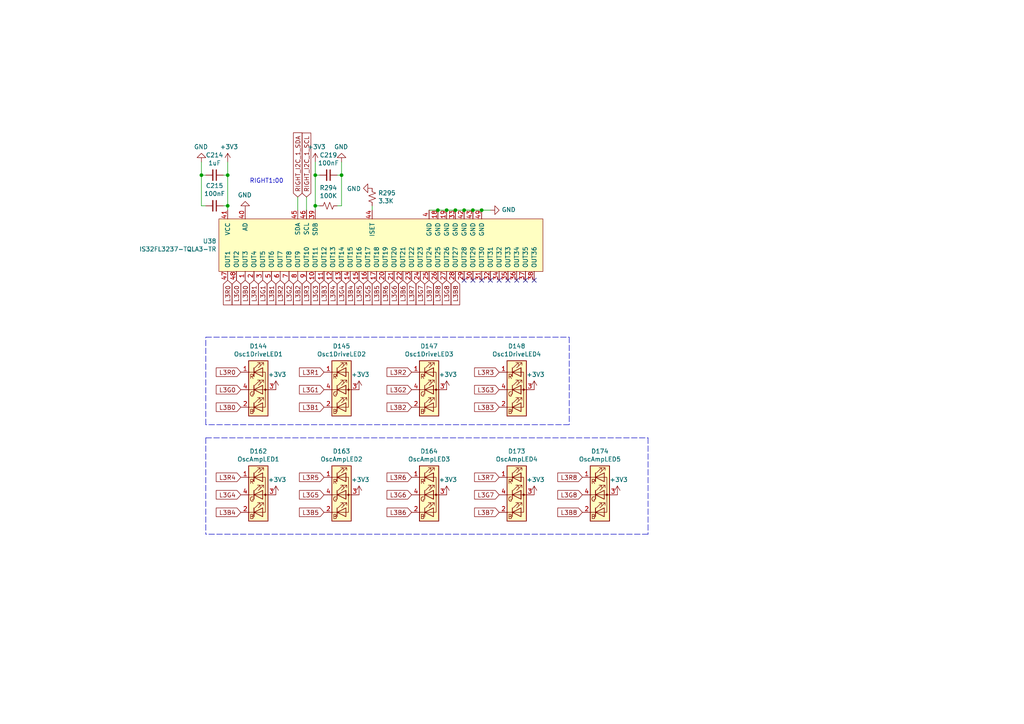
<source format=kicad_sch>
(kicad_sch (version 20210621) (generator eeschema)
  (paper "A4")
  (lib_symbols
    (symbol "Device:C_Small" (pin_numbers hide) (pin_names (offset 0.254) hide)
      (property "Reference" "C" (at 0.254 1.778 0))
      (property "Value" "C_Small" (at 0.254 -2.032 0))
      (symbol "C_Small_0_1"
        (polyline (pts (xy -1.524 -0.508) (xy 1.524 -0.508)) (stroke (width 0.3302)))
        (polyline (pts (xy -1.524 0.508) (xy 1.524 0.508)) (stroke (width 0.3048)))
      )
      (symbol "C_Small_1_1"
        (pin passive line (at 0 2.54 270) (length 2.032) (name "~") (number "1"))
        (pin passive line (at 0 -2.54 90) (length 2.032) (name "~") (number "2"))
      )
    )
    (symbol "Device:R_Small_US" (pin_numbers hide) (pin_names (offset 0.254) hide)
      (property "Reference" "R" (at 0.762 0.508 0))
      (property "Value" "R_Small_US" (at 0.762 -1.016 0))
      (symbol "R_Small_US_1_1"
        (polyline (pts (xy 0 0) (xy 1.016 -0.381) (xy 0 -0.762) (xy -1.016 -1.143) (xy 0 -1.524)))
        (polyline (pts (xy 0 1.524) (xy 1.016 1.143) (xy 0 0.762) (xy -1.016 0.381) (xy 0 0)))
        (pin passive line (at 0 2.54 270) (length 1.016) (name "~") (number "1"))
        (pin passive line (at 0 -2.54 90) (length 1.016) (name "~") (number "2"))
      )
    )
    (symbol "IS32FL3237:IS32FL3237-TQLA3-TR" (pin_names (offset 1.016))
      (property "Reference" "U" (at 0 0 0))
      (property "Value" "IS32FL3237-TQLA3-TR" (at 0 0 0))
      (symbol "IS32FL3237-TQLA3-TR_0_1"
        (rectangle (start -7.62 -2.54) (end 7.62 -96.52) (fill (type background)))
      )
      (symbol "IS32FL3237-TQLA3-TR_1_1"
        (pin output line (at 10.16 -10.16 180) (length 2.54) (name "OUT3") (number "1"))
        (pin output line (at 10.16 -30.48 180) (length 2.54) (name "OUT11") (number "10"))
        (pin output line (at 10.16 -33.02 180) (length 2.54) (name "OUT12") (number "11"))
        (pin output line (at 10.16 -35.56 180) (length 2.54) (name "OUT13") (number "12"))
        (pin output line (at 10.16 -38.1 180) (length 2.54) (name "OUT14") (number "13"))
        (pin output line (at 10.16 -40.64 180) (length 2.54) (name "OUT15") (number "14"))
        (pin output line (at 10.16 -43.18 180) (length 2.54) (name "OUT16") (number "15"))
        (pin output line (at 10.16 -45.72 180) (length 2.54) (name "OUT17") (number "16"))
        (pin output line (at 10.16 -48.26 180) (length 2.54) (name "OUT18") (number "17"))
        (pin power_in line (at -10.16 -66.04 0) (length 2.54) (name "GND") (number "18"))
        (pin power_in line (at -10.16 -68.58 0) (length 2.54) (name "GND") (number "19"))
        (pin output line (at 10.16 -12.7 180) (length 2.54) (name "OUT4") (number "2"))
        (pin output line (at 10.16 -50.8 180) (length 2.54) (name "OUT19") (number "20"))
        (pin output line (at 10.16 -53.34 180) (length 2.54) (name "OUT20") (number "21"))
        (pin output line (at 10.16 -55.88 180) (length 2.54) (name "OUT21") (number "22"))
        (pin output line (at 10.16 -58.42 180) (length 2.54) (name "OUT22") (number "23"))
        (pin output line (at 10.16 -60.96 180) (length 2.54) (name "OUT23") (number "24"))
        (pin output line (at 10.16 -63.5 180) (length 2.54) (name "OUT24") (number "25"))
        (pin output line (at 10.16 -66.04 180) (length 2.54) (name "OUT25") (number "26"))
        (pin output line (at 10.16 -68.58 180) (length 2.54) (name "OUT26") (number "27"))
        (pin output line (at 10.16 -71.12 180) (length 2.54) (name "OUT27") (number "28"))
        (pin output line (at 10.16 -73.66 180) (length 2.54) (name "OUT28") (number "29"))
        (pin output line (at 10.16 -15.24 180) (length 2.54) (name "OUT5") (number "3"))
        (pin output line (at 10.16 -76.2 180) (length 2.54) (name "OUT29") (number "30"))
        (pin output line (at 10.16 -78.74 180) (length 2.54) (name "OUT30") (number "31"))
        (pin output line (at 10.16 -81.28 180) (length 2.54) (name "OUT31") (number "32"))
        (pin power_in line (at -10.16 -71.12 0) (length 2.54) (name "GND") (number "33"))
        (pin output line (at 10.16 -83.82 180) (length 2.54) (name "OUT32") (number "34"))
        (pin output line (at 10.16 -86.36 180) (length 2.54) (name "OUT33") (number "35"))
        (pin output line (at 10.16 -88.9 180) (length 2.54) (name "OUT34") (number "36"))
        (pin output line (at 10.16 -91.44 180) (length 2.54) (name "OUT35") (number "37"))
        (pin output line (at 10.16 -93.98 180) (length 2.54) (name "OUT36") (number "38"))
        (pin input line (at -10.16 -30.48 0) (length 2.54) (name "SDB") (number "39"))
        (pin power_in line (at -10.16 -63.5 0) (length 2.54) (name "GND") (number "4"))
        (pin input line (at -10.16 -10.16 0) (length 2.54) (name "AD") (number "40"))
        (pin power_in line (at -10.16 -5.08 0) (length 2.54) (name "VCC") (number "41"))
        (pin power_in line (at -10.16 -73.66 0) (length 2.54) (name "GND") (number "42"))
        (pin power_in line (at -10.16 -76.2 0) (length 2.54) (name "GND") (number "43"))
        (pin input line (at -10.16 -46.99 0) (length 2.54) (name "ISET") (number "44"))
        (pin input line (at -10.16 -25.4 0) (length 2.54) (name "SDA") (number "45"))
        (pin input line (at -10.16 -27.94 0) (length 2.54) (name "SCL") (number "46"))
        (pin output line (at 10.16 -5.08 180) (length 2.54) (name "OUT1") (number "47"))
        (pin output line (at 10.16 -7.62 180) (length 2.54) (name "OUT2") (number "48"))
        (pin power_in line (at -10.16 -78.74 0) (length 2.54) (name "GND") (number "49"))
        (pin output line (at 10.16 -17.78 180) (length 2.54) (name "OUT6") (number "5"))
        (pin output line (at 10.16 -20.32 180) (length 2.54) (name "OUT7") (number "6"))
        (pin output line (at 10.16 -22.86 180) (length 2.54) (name "OUT8") (number "7"))
        (pin output line (at 10.16 -25.4 180) (length 2.54) (name "OUT9") (number "8"))
        (pin output line (at 10.16 -27.94 180) (length 2.54) (name "OUT10") (number "9"))
      )
    )
    (symbol "fm-b2020rgba-hg:FM-B2020RGBA-HG" (pin_names (offset 0) hide)
      (property "Reference" "D" (at 0 9.398 0))
      (property "Value" "FM-B2020RGBA-HG" (at 0 -8.89 0))
      (symbol "FM-B2020RGBA-HG_0_0"
        (text "B" (at -1.905 -6.35 0) (effects (font (size 1.27 1.27))))
        (text "G" (at -1.905 -1.27 0) (effects (font (size 1.27 1.27))))
        (text "R" (at -1.905 3.81 0) (effects (font (size 1.27 1.27))))
      )
      (symbol "FM-B2020RGBA-HG_0_1"
        (circle (center 2.032 0) (radius 0.254) (fill (type outline)))
        (rectangle (start 1.27 -1.27) (end 1.27 1.27))
        (rectangle (start 1.27 1.27) (end 1.27 1.27))
        (rectangle (start 1.27 3.81) (end 1.27 6.35))
        (rectangle (start 1.27 6.35) (end 1.27 6.35))
        (rectangle (start 2.794 8.382) (end -2.794 -7.62) (stroke (width 0.254)) (fill (type background)))
        (polyline (pts (xy -1.27 -5.08) (xy -2.54 -5.08)))
        (polyline (pts (xy -1.27 -5.08) (xy 1.27 -5.08)))
        (polyline (pts (xy -1.27 -3.81) (xy -1.27 -6.35)))
        (polyline (pts (xy -1.27 -3.81) (xy -1.27 -6.35)) (stroke (width 0.2032)))
        (polyline (pts (xy -1.27 0) (xy -2.54 0)))
        (polyline (pts (xy -1.27 0) (xy 1.27 0)))
        (polyline (pts (xy -1.27 1.27) (xy -1.27 -1.27)) (stroke (width 0.2032)))
        (polyline (pts (xy -1.27 5.08) (xy -2.54 5.08)))
        (polyline (pts (xy -1.27 6.35) (xy -1.27 3.81)) (stroke (width 0.2032)))
        (polyline (pts (xy 1.27 0) (xy 2.54 0)))
        (polyline (pts (xy 1.27 5.08) (xy -1.27 5.08)))
        (polyline (pts (xy -1.27 1.27) (xy -1.27 -1.27) (xy -1.27 -1.27)))
        (polyline (pts (xy -1.27 6.35) (xy -1.27 3.81) (xy -1.27 3.81)))
        (polyline (pts (xy 1.27 -5.08) (xy 2.032 -5.08) (xy 2.032 5.08) (xy 1.27 5.08)))
        (polyline (pts (xy 1.27 -3.81) (xy 1.27 -6.35) (xy -1.27 -5.08) (xy 1.27 -3.81)) (stroke (width 0.2032)))
        (polyline (pts (xy 1.27 1.27) (xy 1.27 -1.27) (xy -1.27 0) (xy 1.27 1.27)) (stroke (width 0.2032)))
        (polyline (pts (xy 1.27 6.35) (xy 1.27 3.81) (xy -1.27 5.08) (xy 1.27 6.35)) (stroke (width 0.2032)))
        (polyline (pts (xy -1.016 -3.81) (xy 0.508 -2.286) (xy -0.254 -2.286) (xy 0.508 -2.286) (xy 0.508 -3.048)))
        (polyline (pts (xy -1.016 1.27) (xy 0.508 2.794) (xy -0.254 2.794) (xy 0.508 2.794) (xy 0.508 2.032)))
        (polyline (pts (xy -1.016 6.35) (xy 0.508 7.874) (xy -0.254 7.874) (xy 0.508 7.874) (xy 0.508 7.112)))
        (polyline (pts (xy 0 -3.81) (xy 1.524 -2.286) (xy 0.762 -2.286) (xy 1.524 -2.286) (xy 1.524 -3.048)))
        (polyline (pts (xy 0 1.27) (xy 1.524 2.794) (xy 0.762 2.794) (xy 1.524 2.794) (xy 1.524 2.032)))
        (polyline (pts (xy 0 6.35) (xy 1.524 7.874) (xy 0.762 7.874) (xy 1.524 7.874) (xy 1.524 7.112)))
      )
      (symbol "FM-B2020RGBA-HG_1_1"
        (pin passive line (at -5.08 5.08 0) (length 2.54) (name "R-") (number "1"))
        (pin passive line (at -5.08 -5.08 0) (length 2.54) (name "B-") (number "2"))
        (pin passive line (at 5.08 0 180) (length 2.54) (name "+") (number "3"))
        (pin passive line (at -5.08 0 0) (length 2.54) (name "G-") (number "4"))
      )
    )
    (symbol "power:+3.3V" (power) (pin_names (offset 0))
      (property "Value" "+3.3V" (at 0 3.556 0))
      (symbol "+3.3V_0_1"
        (polyline (pts (xy -0.762 1.27) (xy 0 2.54)))
        (polyline (pts (xy 0 0) (xy 0 2.54)))
        (polyline (pts (xy 0 2.54) (xy 0.762 1.27)))
      )
      (symbol "+3.3V_1_1"
        (pin power_in line (at 0 0 90) (length 0) hide (name "+3V3") (number "1"))
      )
    )
    (symbol "power:GND" (power) (pin_names (offset 0))
      (property "Value" "GND" (at 0 -3.81 0))
      (symbol "GND_0_1"
        (polyline (pts (xy 0 0) (xy 0 -1.27) (xy 1.27 -1.27) (xy 0 -2.54) (xy -1.27 -1.27) (xy 0 -1.27)))
      )
      (symbol "GND_1_1"
        (pin power_in line (at 0 0 270) (length 0) hide (name "GND") (number "1"))
      )
    )
  )
  (junction (at 58.42 50.8))
  (junction (at 66.04 50.8))
  (junction (at 66.04 59.69))
  (junction (at 91.44 50.8))
  (junction (at 91.44 59.69))
  (junction (at 99.06 50.8))
  (junction (at 127 60.96))
  (junction (at 129.54 60.96))
  (junction (at 132.08 60.96))
  (junction (at 134.62 60.96))
  (junction (at 137.16 60.96))
  (junction (at 139.7 60.96))
  (no_connect (at 134.62 81.28))
  (no_connect (at 137.16 81.28))
  (no_connect (at 139.7 81.28))
  (no_connect (at 142.24 81.28))
  (no_connect (at 144.78 81.28))
  (no_connect (at 147.32 81.28))
  (no_connect (at 149.86 81.28))
  (no_connect (at 152.4 81.28))
  (no_connect (at 154.94 81.28))
  (wire (pts (xy 58.42 46.99) (xy 58.42 50.8)))
  (wire (pts (xy 58.42 50.8) (xy 58.42 59.69)))
  (wire (pts (xy 58.42 59.69) (xy 59.69 59.69)))
  (wire (pts (xy 59.69 50.8) (xy 58.42 50.8)))
  (wire (pts (xy 64.77 50.8) (xy 66.04 50.8)))
  (wire (pts (xy 64.77 59.69) (xy 66.04 59.69)))
  (wire (pts (xy 66.04 46.99) (xy 66.04 50.8)))
  (wire (pts (xy 66.04 50.8) (xy 66.04 59.69)))
  (wire (pts (xy 66.04 59.69) (xy 66.04 60.96)))
  (wire (pts (xy 86.36 57.15) (xy 86.36 60.96)))
  (wire (pts (xy 88.9 57.15) (xy 88.9 60.96)))
  (wire (pts (xy 91.44 46.99) (xy 91.44 50.8)))
  (wire (pts (xy 91.44 50.8) (xy 91.44 59.69)))
  (wire (pts (xy 91.44 59.69) (xy 91.44 60.96)))
  (wire (pts (xy 92.71 50.8) (xy 91.44 50.8)))
  (wire (pts (xy 92.71 59.69) (xy 91.44 59.69)))
  (wire (pts (xy 97.79 50.8) (xy 99.06 50.8)))
  (wire (pts (xy 99.06 46.99) (xy 99.06 50.8)))
  (wire (pts (xy 99.06 50.8) (xy 99.06 59.69)))
  (wire (pts (xy 99.06 59.69) (xy 97.79 59.69)))
  (wire (pts (xy 107.95 59.69) (xy 107.95 60.96)))
  (wire (pts (xy 127 60.96) (xy 124.46 60.96)))
  (wire (pts (xy 129.54 60.96) (xy 127 60.96)))
  (wire (pts (xy 132.08 60.96) (xy 129.54 60.96)))
  (wire (pts (xy 134.62 60.96) (xy 132.08 60.96)))
  (wire (pts (xy 137.16 60.96) (xy 134.62 60.96)))
  (wire (pts (xy 139.7 60.96) (xy 137.16 60.96)))
  (wire (pts (xy 142.24 60.96) (xy 139.7 60.96)))
  (polyline (pts (xy 59.69 97.79) (xy 165.1 97.79)))
  (polyline (pts (xy 59.69 123.19) (xy 59.69 97.79)))
  (polyline (pts (xy 59.69 127) (xy 59.69 154.94)))
  (polyline (pts (xy 59.69 127) (xy 187.96 127)))
  (polyline (pts (xy 165.1 97.79) (xy 165.1 123.19)))
  (polyline (pts (xy 165.1 123.19) (xy 59.69 123.19)))
  (polyline (pts (xy 187.96 127) (xy 187.96 154.94)))
  (polyline (pts (xy 187.96 154.94) (xy 59.69 154.94)))
  (text "RIGHT1:00" (at 72.39 53.34 0) (effects (font (size 1.27 1.27)) (justify left bottom)))
  (global_label "L3R0" (shape input) (at 66.04 81.28 270) (property "Intersheet References" "${INTERSHEET_REFS}" (effects hide)))
  (global_label "L3G0" (shape input) (at 68.58 81.28 270) (property "Intersheet References" "${INTERSHEET_REFS}" (effects hide)))
  (global_label "L3R0" (shape input) (at 69.85 107.95 180) (property "Intersheet References" "${INTERSHEET_REFS}" (effects hide)))
  (global_label "L3G0" (shape input) (at 69.85 113.03 180) (property "Intersheet References" "${INTERSHEET_REFS}" (effects hide)))
  (global_label "L3B0" (shape input) (at 69.85 118.11 180) (property "Intersheet References" "${INTERSHEET_REFS}" (effects hide)))
  (global_label "L3R4" (shape input) (at 69.85 138.43 180) (property "Intersheet References" "${INTERSHEET_REFS}" (effects hide)))
  (global_label "L3G4" (shape input) (at 69.85 143.51 180) (property "Intersheet References" "${INTERSHEET_REFS}" (effects hide)))
  (global_label "L3B4" (shape input) (at 69.85 148.59 180) (property "Intersheet References" "${INTERSHEET_REFS}" (effects hide)))
  (global_label "L3B0" (shape input) (at 71.12 81.28 270) (property "Intersheet References" "${INTERSHEET_REFS}" (effects hide)))
  (global_label "L3R1" (shape input) (at 73.66 81.28 270) (property "Intersheet References" "${INTERSHEET_REFS}" (effects hide)))
  (global_label "L3G1" (shape input) (at 76.2 81.28 270) (property "Intersheet References" "${INTERSHEET_REFS}" (effects hide)))
  (global_label "L3B1" (shape input) (at 78.74 81.28 270) (property "Intersheet References" "${INTERSHEET_REFS}" (effects hide)))
  (global_label "L3R2" (shape input) (at 81.28 81.28 270) (property "Intersheet References" "${INTERSHEET_REFS}" (effects hide)))
  (global_label "L3G2" (shape input) (at 83.82 81.28 270) (property "Intersheet References" "${INTERSHEET_REFS}" (effects hide)))
  (global_label "RIGHT_I2C_1_SDA" (shape input) (at 86.36 57.15 90) (property "Intersheet References" "${INTERSHEET_REFS}" (effects hide)))
  (global_label "L3B2" (shape input) (at 86.36 81.28 270) (property "Intersheet References" "${INTERSHEET_REFS}" (effects hide)))
  (global_label "RIGHT_I2C_1_SCL" (shape input) (at 88.9 57.15 90) (property "Intersheet References" "${INTERSHEET_REFS}" (effects hide)))
  (global_label "L3R3" (shape input) (at 88.9 81.28 270) (property "Intersheet References" "${INTERSHEET_REFS}" (effects hide)))
  (global_label "L3G3" (shape input) (at 91.44 81.28 270) (property "Intersheet References" "${INTERSHEET_REFS}" (effects hide)))
  (global_label "L3B3" (shape input) (at 93.98 81.28 270) (property "Intersheet References" "${INTERSHEET_REFS}" (effects hide)))
  (global_label "L3R1" (shape input) (at 93.98 107.95 180) (property "Intersheet References" "${INTERSHEET_REFS}" (effects hide)))
  (global_label "L3G1" (shape input) (at 93.98 113.03 180) (property "Intersheet References" "${INTERSHEET_REFS}" (effects hide)))
  (global_label "L3B1" (shape input) (at 93.98 118.11 180) (property "Intersheet References" "${INTERSHEET_REFS}" (effects hide)))
  (global_label "L3R5" (shape input) (at 93.98 138.43 180) (property "Intersheet References" "${INTERSHEET_REFS}" (effects hide)))
  (global_label "L3G5" (shape input) (at 93.98 143.51 180) (property "Intersheet References" "${INTERSHEET_REFS}" (effects hide)))
  (global_label "L3B5" (shape input) (at 93.98 148.59 180) (property "Intersheet References" "${INTERSHEET_REFS}" (effects hide)))
  (global_label "L3R4" (shape input) (at 96.52 81.28 270) (property "Intersheet References" "${INTERSHEET_REFS}" (effects hide)))
  (global_label "L3G4" (shape input) (at 99.06 81.28 270) (property "Intersheet References" "${INTERSHEET_REFS}" (effects hide)))
  (global_label "L3B4" (shape input) (at 101.6 81.28 270) (property "Intersheet References" "${INTERSHEET_REFS}" (effects hide)))
  (global_label "L3R5" (shape input) (at 104.14 81.28 270) (property "Intersheet References" "${INTERSHEET_REFS}" (effects hide)))
  (global_label "L3G5" (shape input) (at 106.68 81.28 270) (property "Intersheet References" "${INTERSHEET_REFS}" (effects hide)))
  (global_label "L3B5" (shape input) (at 109.22 81.28 270) (property "Intersheet References" "${INTERSHEET_REFS}" (effects hide)))
  (global_label "L3R6" (shape input) (at 111.76 81.28 270) (property "Intersheet References" "${INTERSHEET_REFS}" (effects hide)))
  (global_label "L3G6" (shape input) (at 114.3 81.28 270) (property "Intersheet References" "${INTERSHEET_REFS}" (effects hide)))
  (global_label "L3B6" (shape input) (at 116.84 81.28 270) (property "Intersheet References" "${INTERSHEET_REFS}" (effects hide)))
  (global_label "L3R7" (shape input) (at 119.38 81.28 270) (property "Intersheet References" "${INTERSHEET_REFS}" (effects hide)))
  (global_label "L3R2" (shape input) (at 119.38 107.95 180) (property "Intersheet References" "${INTERSHEET_REFS}" (effects hide)))
  (global_label "L3G2" (shape input) (at 119.38 113.03 180) (property "Intersheet References" "${INTERSHEET_REFS}" (effects hide)))
  (global_label "L3B2" (shape input) (at 119.38 118.11 180) (property "Intersheet References" "${INTERSHEET_REFS}" (effects hide)))
  (global_label "L3R6" (shape input) (at 119.38 138.43 180) (property "Intersheet References" "${INTERSHEET_REFS}" (effects hide)))
  (global_label "L3G6" (shape input) (at 119.38 143.51 180) (property "Intersheet References" "${INTERSHEET_REFS}" (effects hide)))
  (global_label "L3B6" (shape input) (at 119.38 148.59 180) (property "Intersheet References" "${INTERSHEET_REFS}" (effects hide)))
  (global_label "L3G7" (shape input) (at 121.92 81.28 270) (property "Intersheet References" "${INTERSHEET_REFS}" (effects hide)))
  (global_label "L3B7" (shape input) (at 124.46 81.28 270) (property "Intersheet References" "${INTERSHEET_REFS}" (effects hide)))
  (global_label "L3R8" (shape input) (at 127 81.28 270) (property "Intersheet References" "${INTERSHEET_REFS}" (effects hide)))
  (global_label "L3G8" (shape input) (at 129.54 81.28 270) (property "Intersheet References" "${INTERSHEET_REFS}" (effects hide)))
  (global_label "L3B8" (shape input) (at 132.08 81.28 270) (property "Intersheet References" "${INTERSHEET_REFS}" (effects hide)))
  (global_label "L3R3" (shape input) (at 144.78 107.95 180) (property "Intersheet References" "${INTERSHEET_REFS}" (effects hide)))
  (global_label "L3G3" (shape input) (at 144.78 113.03 180) (property "Intersheet References" "${INTERSHEET_REFS}" (effects hide)))
  (global_label "L3B3" (shape input) (at 144.78 118.11 180) (property "Intersheet References" "${INTERSHEET_REFS}" (effects hide)))
  (global_label "L3R7" (shape input) (at 144.78 138.43 180) (property "Intersheet References" "${INTERSHEET_REFS}" (effects hide)))
  (global_label "L3G7" (shape input) (at 144.78 143.51 180) (property "Intersheet References" "${INTERSHEET_REFS}" (effects hide)))
  (global_label "L3B7" (shape input) (at 144.78 148.59 180) (property "Intersheet References" "${INTERSHEET_REFS}" (effects hide)))
  (global_label "L3R8" (shape input) (at 168.91 138.43 180) (property "Intersheet References" "${INTERSHEET_REFS}" (effects hide)))
  (global_label "L3G8" (shape input) (at 168.91 143.51 180) (property "Intersheet References" "${INTERSHEET_REFS}" (effects hide)))
  (global_label "L3B8" (shape input) (at 168.91 148.59 180) (property "Intersheet References" "${INTERSHEET_REFS}" (effects hide)))
  (symbol (lib_id "power:+3.3V") (at 66.04 46.99 0) (unit 1)
    (property "Reference" "#PWR0460" (effects hide))
    (property "Value" "+3.3V" (at 66.421 42.5958 0))
  )
  (symbol (lib_id "power:+3.3V") (at 80.01 113.03 0) (unit 1)
    (property "Reference" "#PWR0714" (effects hide))
    (property "Value" "+3.3V" (at 80.391 108.6358 0))
  )
  (symbol (lib_id "power:+3.3V") (at 80.01 143.51 0) (unit 1)
    (property "Reference" "#PWR0709" (effects hide))
    (property "Value" "+3.3V" (at 80.391 139.1158 0))
  )
  (symbol (lib_id "power:+3.3V") (at 91.44 46.99 0) (unit 1)
    (property "Reference" "#PWR0467" (effects hide))
    (property "Value" "+3.3V" (at 91.821 42.5958 0))
  )
  (symbol (lib_id "power:+3.3V") (at 104.14 113.03 0) (unit 1)
    (property "Reference" "#PWR0715" (effects hide))
    (property "Value" "+3.3V" (at 104.521 108.6358 0))
  )
  (symbol (lib_id "power:+3.3V") (at 104.14 143.51 0) (unit 1)
    (property "Reference" "#PWR0710" (effects hide))
    (property "Value" "+3.3V" (at 104.521 139.1158 0))
  )
  (symbol (lib_id "power:+3.3V") (at 129.54 113.03 0) (unit 1)
    (property "Reference" "#PWR0716" (effects hide))
    (property "Value" "+3.3V" (at 129.921 108.6358 0))
  )
  (symbol (lib_id "power:+3.3V") (at 129.54 143.51 0) (unit 1)
    (property "Reference" "#PWR0711" (effects hide))
    (property "Value" "+3.3V" (at 129.921 139.1158 0))
  )
  (symbol (lib_id "power:+3.3V") (at 154.94 113.03 0) (unit 1)
    (property "Reference" "#PWR0717" (effects hide))
    (property "Value" "+3.3V" (at 155.321 108.6358 0))
  )
  (symbol (lib_id "power:+3.3V") (at 154.94 143.51 0) (unit 1)
    (property "Reference" "#PWR0712" (effects hide))
    (property "Value" "+3.3V" (at 155.321 139.1158 0))
  )
  (symbol (lib_id "power:+3.3V") (at 179.07 143.51 0) (unit 1)
    (property "Reference" "#PWR0713" (effects hide))
    (property "Value" "+3.3V" (at 179.451 139.1158 0))
  )
  (symbol (lib_id "power:GND") (at 58.42 46.99 180) (unit 1)
    (property "Reference" "#PWR0457" (effects hide))
    (property "Value" "GND" (at 58.293 42.5958 0))
  )
  (symbol (lib_id "power:GND") (at 71.12 60.96 180) (unit 1)
    (property "Reference" "#PWR0663" (effects hide))
    (property "Value" "GND" (at 70.993 56.5658 0))
  )
  (symbol (lib_id "power:GND") (at 99.06 46.99 180) (unit 1)
    (property "Reference" "#PWR0470" (effects hide))
    (property "Value" "GND" (at 98.933 42.5958 0))
  )
  (symbol (lib_id "power:GND") (at 107.95 54.61 270) (unit 1)
    (property "Reference" "#PWR0474" (effects hide))
    (property "Value" "GND" (at 104.6988 54.737 90) (effects (justify right)))
  )
  (symbol (lib_id "power:GND") (at 142.24 60.96 90) (unit 1)
    (property "Reference" "#PWR0482" (effects hide))
    (property "Value" "GND" (at 145.4912 60.833 90) (effects (justify right)))
  )
  (symbol (lib_id "Device:R_Small_US") (at 95.25 59.69 270) (unit 1)
    (property "Reference" "R294" (at 95.25 54.483 90))
    (property "Value" "100K" (at 95.25 56.7944 90))
    (property "Footprint" "Resistor_SMD:R_0402_1005Metric" (effects hide))
    (property "LCSC" " C25741" (effects hide))
  )
  (symbol (lib_id "Device:R_Small_US") (at 107.95 57.15 0) (unit 1)
    (property "Reference" "R295" (at 109.6772 55.9816 0) (effects (justify left)))
    (property "Value" "3.3K" (at 109.6772 58.293 0) (effects (justify left)))
    (property "Footprint" "Resistor_SMD:R_0402_1005Metric" (effects hide))
    (property "LCSC" "C25890" (effects hide))
  )
  (symbol (lib_id "Device:C_Small") (at 62.23 50.8 270) (unit 1)
    (property "Reference" "C214" (at 62.23 44.9834 90))
    (property "Value" "1uF" (at 62.23 47.2948 90))
    (property "Footprint" "Capacitor_SMD:C_0402_1005Metric" (effects hide))
    (property "LCSC" "C52923" (effects hide))
  )
  (symbol (lib_id "Device:C_Small") (at 62.23 59.69 270) (unit 1)
    (property "Reference" "C215" (at 62.23 53.8734 90))
    (property "Value" "100nF" (at 62.23 56.1848 90))
    (property "Footprint" "Capacitor_SMD:C_0402_1005Metric" (effects hide))
    (property "LCSC" "C1525" (effects hide))
  )
  (symbol (lib_id "Device:C_Small") (at 95.25 50.8 270) (unit 1)
    (property "Reference" "C219" (at 95.25 44.9834 90))
    (property "Value" "100nF" (at 95.25 47.2948 90))
    (property "Footprint" "Capacitor_SMD:C_0402_1005Metric" (effects hide))
    (property "LCSC" "C1525" (effects hide))
  )
  (symbol (lib_id "fm-b2020rgba-hg:FM-B2020RGBA-HG") (at 74.93 113.03 0) (unit 1)
    (property "Reference" "D144" (at 74.93 100.4062 0))
    (property "Value" "Osc1DriveLED1" (at 74.93 102.7176 0))
    (property "Footprint" "fm-b2020rgba-hg:FM-B2020RGBA-HG" (effects hide))
    (property "LCSC" "C108793" (effects hide))
  )
  (symbol (lib_id "fm-b2020rgba-hg:FM-B2020RGBA-HG") (at 74.93 143.51 0) (unit 1)
    (property "Reference" "D162" (at 74.93 130.8862 0))
    (property "Value" "OscAmpLED1" (at 74.93 133.1976 0))
    (property "Footprint" "fm-b2020rgba-hg:FM-B2020RGBA-HG" (effects hide))
    (property "LCSC" "C108793" (effects hide))
  )
  (symbol (lib_id "fm-b2020rgba-hg:FM-B2020RGBA-HG") (at 99.06 113.03 0) (unit 1)
    (property "Reference" "D145" (at 99.06 100.4062 0))
    (property "Value" "Osc1DriveLED2" (at 99.06 102.7176 0))
    (property "Footprint" "fm-b2020rgba-hg:FM-B2020RGBA-HG" (effects hide))
    (property "LCSC" "C108793" (effects hide))
  )
  (symbol (lib_id "fm-b2020rgba-hg:FM-B2020RGBA-HG") (at 99.06 143.51 0) (unit 1)
    (property "Reference" "D163" (at 99.06 130.8862 0))
    (property "Value" "OscAmpLED2" (at 99.06 133.1976 0))
    (property "Footprint" "fm-b2020rgba-hg:FM-B2020RGBA-HG" (effects hide))
    (property "LCSC" "C108793" (effects hide))
  )
  (symbol (lib_id "fm-b2020rgba-hg:FM-B2020RGBA-HG") (at 124.46 113.03 0) (unit 1)
    (property "Reference" "D147" (at 124.46 100.4062 0))
    (property "Value" "Osc1DriveLED3" (at 124.46 102.7176 0))
    (property "Footprint" "fm-b2020rgba-hg:FM-B2020RGBA-HG" (effects hide))
    (property "LCSC" "C108793" (effects hide))
  )
  (symbol (lib_id "fm-b2020rgba-hg:FM-B2020RGBA-HG") (at 124.46 143.51 0) (unit 1)
    (property "Reference" "D164" (at 124.46 130.8862 0))
    (property "Value" "OscAmpLED3" (at 124.46 133.1976 0))
    (property "Footprint" "fm-b2020rgba-hg:FM-B2020RGBA-HG" (effects hide))
    (property "LCSC" "C108793" (effects hide))
  )
  (symbol (lib_id "fm-b2020rgba-hg:FM-B2020RGBA-HG") (at 149.86 113.03 0) (unit 1)
    (property "Reference" "D148" (at 149.86 100.4062 0))
    (property "Value" "Osc1DriveLED4" (at 149.86 102.7176 0))
    (property "Footprint" "fm-b2020rgba-hg:FM-B2020RGBA-HG" (effects hide))
    (property "LCSC" "C108793" (effects hide))
  )
  (symbol (lib_id "fm-b2020rgba-hg:FM-B2020RGBA-HG") (at 149.86 143.51 0) (unit 1)
    (property "Reference" "D173" (at 149.86 130.8862 0))
    (property "Value" "OscAmpLED4" (at 149.86 133.1976 0))
    (property "Footprint" "fm-b2020rgba-hg:FM-B2020RGBA-HG" (effects hide))
    (property "LCSC" "C108793" (effects hide))
  )
  (symbol (lib_id "fm-b2020rgba-hg:FM-B2020RGBA-HG") (at 173.99 143.51 0) (unit 1)
    (property "Reference" "D174" (at 173.99 130.8862 0))
    (property "Value" "OscAmpLED5" (at 173.99 133.1976 0))
    (property "Footprint" "fm-b2020rgba-hg:FM-B2020RGBA-HG" (effects hide))
    (property "LCSC" "C108793" (effects hide))
  )
  (symbol (lib_id "IS32FL3237:IS32FL3237-TQLA3-TR") (at 60.96 71.12 90) (mirror x) (unit 1)
    (property "Reference" "U38" (at 62.7888 69.9516 90) (effects (justify left)))
    (property "Value" "IS32FL3237-TQLA3-TR" (at 62.7888 72.263 90) (effects (justify left)))
    (property "Footprint" "Package_QFP:TQFP-48-1EP_7x7mm_P0.5mm_EP5x5mm" (effects hide))
  )
)
</source>
